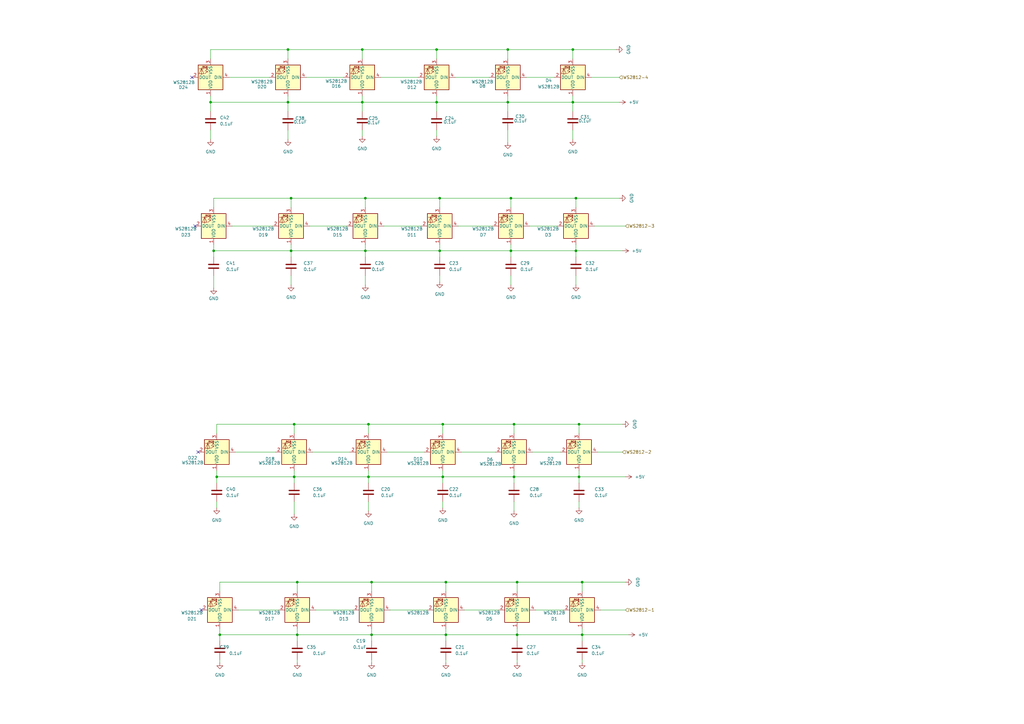
<source format=kicad_sch>
(kicad_sch (version 20231120) (generator "eeschema") (generator_version "8.0")
  (paper "A3")
  (lib_symbols
    (symbol "Device:C" (pin_numbers hide) (pin_names (offset 0.254))
      (property "Reference" "C" (at 0.635 2.54 0))
      (property "Value" "C" (at 0.635 -2.54 0))
      (symbol "C_0_1"
        (polyline (pts (xy -2.032 -0.762) (xy 2.032 -0.762)) (stroke (width 0.508)))
        (polyline (pts (xy -2.032 0.762) (xy 2.032 0.762)) (stroke (width 0.508)))
      )
      (symbol "C_1_1"
        (pin passive line (at 0 3.81 270) (length 2.794) (name "~") (number "1"))
        (pin passive line (at 0 -3.81 90) (length 2.794) (name "~") (number "2"))
      )
    )
    (symbol "LED:WS2812B" (pin_names (offset 0.254))
      (property "Reference" "D" (at 5.08 5.715 0))
      (property "Value" "WS2812B" (at 1.27 -5.715 0))
      (symbol "WS2812B_0_0"
        (text "RGB" (at 2.286 -4.191 0) (effects (font (size 0.762 0.762))))
      )
      (symbol "WS2812B_0_1"
        (polyline (pts (xy 1.27 -3.556) (xy 1.778 -3.556)))
        (polyline (pts (xy 1.27 -2.54) (xy 1.778 -2.54)))
        (polyline (pts (xy 4.699 -3.556) (xy 2.667 -3.556)))
        (polyline (pts (xy 2.286 -2.54) (xy 1.27 -3.556) (xy 1.27 -3.048)))
        (polyline (pts (xy 2.286 -1.524) (xy 1.27 -2.54) (xy 1.27 -2.032)))
        (polyline (pts (xy 3.683 -1.016) (xy 3.683 -3.556) (xy 3.683 -4.064)))
        (polyline (pts (xy 4.699 -1.524) (xy 2.667 -1.524) (xy 3.683 -3.556) (xy 4.699 -1.524)))
        (rectangle (start 5.08 5.08) (end -5.08 -5.08) (stroke (width 0.254)) (fill (type background)))
      )
      (symbol "WS2812B_1_1"
        (pin power_in line (at 0 7.62 270) (length 2.54) (name "VDD") (number "1"))
        (pin output line (at 7.62 0 180) (length 2.54) (name "DOUT") (number "2"))
        (pin power_in line (at 0 -7.62 90) (length 2.54) (name "VSS") (number "3"))
        (pin input line (at -7.62 0 0) (length 2.54) (name "DIN") (number "4"))
      )
    )
    (symbol "power:+5V" (power) (pin_names (offset 0))
      (property "Value" "+5V" (at 0 3.556 0))
      (symbol "+5V_0_1"
        (polyline (pts (xy -0.762 1.27) (xy 0 2.54)))
        (polyline (pts (xy 0 0) (xy 0 2.54)))
        (polyline (pts (xy 0 2.54) (xy 0.762 1.27)))
      )
      (symbol "+5V_1_1"
        (pin power_in line (at 0 0 90) (length 0) hide (name "+5V") (number "1"))
      )
    )
    (symbol "power:GND" (power) (pin_names (offset 0))
      (property "Value" "GND" (at 0 -3.81 0))
      (symbol "GND_0_1"
        (polyline (pts (xy 0 0) (xy 0 -1.27) (xy 1.27 -1.27) (xy 0 -2.54) (xy -1.27 -1.27) (xy 0 -1.27)))
      )
      (symbol "GND_1_1"
        (pin power_in line (at 0 0 270) (length 0) hide (name "GND") (number "1"))
      )
    )
  )
  (junction (at 182.88 260.35))
  (junction (at 238.76 260.35))
  (junction (at 88.9 195.58))
  (junction (at 182.88 238.76))
  (junction (at 181.61 195.58))
  (junction (at 180.34 81.28))
  (junction (at 208.28 20.32))
  (junction (at 152.4 238.76))
  (junction (at 210.82 173.99))
  (junction (at 119.38 81.28))
  (junction (at 234.95 41.91))
  (junction (at 212.09 238.76))
  (junction (at 209.55 102.87))
  (junction (at 237.49 195.58))
  (junction (at 210.82 195.58))
  (junction (at 180.34 102.87))
  (junction (at 152.4 260.35))
  (junction (at 208.28 41.91))
  (junction (at 119.38 102.87))
  (junction (at 149.86 81.28))
  (junction (at 90.17 260.35))
  (junction (at 179.07 20.32))
  (junction (at 181.61 173.99))
  (junction (at 148.59 20.32))
  (junction (at 236.22 102.87))
  (junction (at 179.07 41.91))
  (junction (at 212.09 260.35))
  (junction (at 234.95 20.32))
  (junction (at 149.86 102.87))
  (junction (at 151.13 173.99))
  (junction (at 121.92 238.76))
  (junction (at 121.92 260.35))
  (junction (at 120.65 195.58))
  (junction (at 236.22 81.28))
  (junction (at 86.36 41.91))
  (junction (at 151.13 195.58))
  (junction (at 148.59 41.91))
  (junction (at 209.55 81.28))
  (junction (at 120.65 173.99))
  (junction (at 237.49 173.99))
  (junction (at 238.76 238.76))
  (junction (at 118.11 41.91))
  (junction (at 118.11 20.32))
  (junction (at 87.63 102.87))
  (no_connect (at 82.55 250.19))
  (no_connect (at 81.28 185.42))
  (no_connect (at 80.01 92.71))
  (no_connect (at 78.74 31.75))
  (wire (pts (xy 121.92 270.51) (xy 121.92 271.78)))
  (wire (pts (xy 118.11 39.37) (xy 118.11 41.91)))
  (wire (pts (xy 90.17 238.76) (xy 121.92 238.76)))
  (wire (pts (xy 237.49 173.99) (xy 237.49 177.8)))
  (wire (pts (xy 86.36 41.91) (xy 86.36 45.72)))
  (wire (pts (xy 156.21 31.75) (xy 171.45 31.75)))
  (wire (pts (xy 208.28 20.32) (xy 234.95 20.32)))
  (wire (pts (xy 238.76 238.76) (xy 256.54 238.76)))
  (wire (pts (xy 212.09 238.76) (xy 212.09 242.57)))
  (wire (pts (xy 118.11 41.91) (xy 118.11 45.72)))
  (wire (pts (xy 238.76 257.81) (xy 238.76 260.35)))
  (wire (pts (xy 182.88 260.35) (xy 182.88 262.89)))
  (wire (pts (xy 149.86 102.87) (xy 149.86 105.41)))
  (wire (pts (xy 93.98 31.75) (xy 110.49 31.75)))
  (wire (pts (xy 88.9 195.58) (xy 120.65 195.58)))
  (wire (pts (xy 182.88 260.35) (xy 212.09 260.35)))
  (wire (pts (xy 218.44 185.42) (xy 229.87 185.42)))
  (wire (pts (xy 236.22 81.28) (xy 254 81.28)))
  (wire (pts (xy 208.28 53.34) (xy 208.28 58.42)))
  (wire (pts (xy 88.9 177.8) (xy 88.9 173.99)))
  (wire (pts (xy 236.22 81.28) (xy 236.22 85.09)))
  (wire (pts (xy 181.61 173.99) (xy 210.82 173.99)))
  (wire (pts (xy 148.59 20.32) (xy 148.59 24.13)))
  (wire (pts (xy 238.76 260.35) (xy 238.76 262.89)))
  (wire (pts (xy 86.36 57.15) (xy 86.36 53.34)))
  (wire (pts (xy 86.36 39.37) (xy 86.36 41.91)))
  (wire (pts (xy 87.63 102.87) (xy 87.63 105.41)))
  (wire (pts (xy 149.86 81.28) (xy 149.86 85.09)))
  (wire (pts (xy 127 92.71) (xy 142.24 92.71)))
  (wire (pts (xy 182.88 238.76) (xy 182.88 242.57)))
  (wire (pts (xy 186.69 31.75) (xy 200.66 31.75)))
  (wire (pts (xy 181.61 205.74) (xy 181.61 208.28)))
  (wire (pts (xy 95.25 92.71) (xy 111.76 92.71)))
  (wire (pts (xy 179.07 41.91) (xy 179.07 45.72)))
  (wire (pts (xy 151.13 173.99) (xy 151.13 177.8)))
  (wire (pts (xy 121.92 238.76) (xy 152.4 238.76)))
  (wire (pts (xy 148.59 41.91) (xy 179.07 41.91)))
  (wire (pts (xy 160.02 250.19) (xy 175.26 250.19)))
  (wire (pts (xy 256.54 92.71) (xy 243.84 92.71)))
  (wire (pts (xy 237.49 195.58) (xy 256.54 195.58)))
  (wire (pts (xy 149.86 81.28) (xy 180.34 81.28)))
  (wire (pts (xy 152.4 260.35) (xy 152.4 262.89)))
  (wire (pts (xy 119.38 81.28) (xy 149.86 81.28)))
  (wire (pts (xy 212.09 270.51) (xy 212.09 271.78)))
  (wire (pts (xy 121.92 257.81) (xy 121.92 260.35)))
  (wire (pts (xy 180.34 100.33) (xy 180.34 102.87)))
  (wire (pts (xy 86.36 20.32) (xy 118.11 20.32)))
  (wire (pts (xy 152.4 238.76) (xy 152.4 242.57)))
  (wire (pts (xy 151.13 193.04) (xy 151.13 195.58)))
  (wire (pts (xy 149.86 100.33) (xy 149.86 102.87)))
  (wire (pts (xy 217.17 92.71) (xy 228.6 92.71)))
  (wire (pts (xy 254 31.75) (xy 242.57 31.75)))
  (wire (pts (xy 190.5 250.19) (xy 204.47 250.19)))
  (wire (pts (xy 208.28 20.32) (xy 208.28 24.13)))
  (wire (pts (xy 119.38 102.87) (xy 149.86 102.87)))
  (wire (pts (xy 181.61 173.99) (xy 181.61 177.8)))
  (wire (pts (xy 209.55 102.87) (xy 209.55 105.41)))
  (wire (pts (xy 245.11 185.42) (xy 255.27 185.42)))
  (wire (pts (xy 238.76 270.51) (xy 238.76 271.78)))
  (wire (pts (xy 180.34 102.87) (xy 180.34 105.41)))
  (wire (pts (xy 152.4 271.78) (xy 152.4 270.51)))
  (wire (pts (xy 179.07 53.34) (xy 179.07 55.88)))
  (wire (pts (xy 209.55 102.87) (xy 236.22 102.87)))
  (wire (pts (xy 234.95 20.32) (xy 252.73 20.32)))
  (wire (pts (xy 179.07 41.91) (xy 208.28 41.91)))
  (wire (pts (xy 179.07 39.37) (xy 179.07 41.91)))
  (wire (pts (xy 152.4 260.35) (xy 182.88 260.35)))
  (wire (pts (xy 87.63 100.33) (xy 87.63 102.87)))
  (wire (pts (xy 215.9 31.75) (xy 227.33 31.75)))
  (wire (pts (xy 238.76 260.35) (xy 257.81 260.35)))
  (wire (pts (xy 180.34 102.87) (xy 209.55 102.87)))
  (wire (pts (xy 209.55 81.28) (xy 236.22 81.28)))
  (wire (pts (xy 182.88 238.76) (xy 212.09 238.76)))
  (wire (pts (xy 120.65 173.99) (xy 151.13 173.99)))
  (wire (pts (xy 212.09 257.81) (xy 212.09 260.35)))
  (wire (pts (xy 121.92 260.35) (xy 152.4 260.35)))
  (wire (pts (xy 187.96 92.71) (xy 201.93 92.71)))
  (wire (pts (xy 219.71 250.19) (xy 231.14 250.19)))
  (wire (pts (xy 151.13 195.58) (xy 151.13 198.12)))
  (wire (pts (xy 86.36 41.91) (xy 118.11 41.91)))
  (wire (pts (xy 208.28 39.37) (xy 208.28 41.91)))
  (wire (pts (xy 121.92 260.35) (xy 121.92 262.89)))
  (wire (pts (xy 236.22 100.33) (xy 236.22 102.87)))
  (wire (pts (xy 212.09 238.76) (xy 238.76 238.76)))
  (wire (pts (xy 87.63 81.28) (xy 119.38 81.28)))
  (wire (pts (xy 120.65 193.04) (xy 120.65 195.58)))
  (wire (pts (xy 212.09 260.35) (xy 238.76 260.35)))
  (wire (pts (xy 237.49 208.28) (xy 237.49 205.74)))
  (wire (pts (xy 210.82 193.04) (xy 210.82 195.58)))
  (wire (pts (xy 234.95 57.15) (xy 234.95 53.34)))
  (wire (pts (xy 151.13 205.74) (xy 151.13 209.55)))
  (wire (pts (xy 210.82 173.99) (xy 210.82 177.8)))
  (wire (pts (xy 234.95 39.37) (xy 234.95 41.91)))
  (wire (pts (xy 179.07 20.32) (xy 179.07 24.13)))
  (wire (pts (xy 119.38 102.87) (xy 119.38 105.41)))
  (wire (pts (xy 119.38 100.33) (xy 119.38 102.87)))
  (wire (pts (xy 210.82 195.58) (xy 210.82 198.12)))
  (wire (pts (xy 237.49 195.58) (xy 237.49 198.12)))
  (wire (pts (xy 90.17 270.51) (xy 90.17 271.78)))
  (wire (pts (xy 148.59 41.91) (xy 148.59 45.72)))
  (wire (pts (xy 87.63 102.87) (xy 119.38 102.87)))
  (wire (pts (xy 189.23 185.42) (xy 203.2 185.42)))
  (wire (pts (xy 180.34 81.28) (xy 180.34 85.09)))
  (wire (pts (xy 237.49 193.04) (xy 237.49 195.58)))
  (wire (pts (xy 96.52 185.42) (xy 113.03 185.42)))
  (wire (pts (xy 236.22 113.03) (xy 236.22 116.84)))
  (wire (pts (xy 90.17 257.81) (xy 90.17 260.35)))
  (wire (pts (xy 158.75 185.42) (xy 173.99 185.42)))
  (wire (pts (xy 234.95 41.91) (xy 254 41.91)))
  (wire (pts (xy 119.38 81.28) (xy 119.38 85.09)))
  (wire (pts (xy 88.9 208.28) (xy 88.9 205.74)))
  (wire (pts (xy 120.65 205.74) (xy 120.65 210.82)))
  (wire (pts (xy 210.82 173.99) (xy 237.49 173.99)))
  (wire (pts (xy 151.13 195.58) (xy 181.61 195.58)))
  (wire (pts (xy 88.9 173.99) (xy 120.65 173.99)))
  (wire (pts (xy 180.34 81.28) (xy 209.55 81.28)))
  (wire (pts (xy 149.86 102.87) (xy 180.34 102.87)))
  (wire (pts (xy 210.82 195.58) (xy 237.49 195.58)))
  (wire (pts (xy 149.86 113.03) (xy 149.86 116.84)))
  (wire (pts (xy 180.34 113.03) (xy 180.34 115.57)))
  (wire (pts (xy 152.4 238.76) (xy 182.88 238.76)))
  (wire (pts (xy 236.22 102.87) (xy 255.27 102.87)))
  (wire (pts (xy 128.27 185.42) (xy 143.51 185.42)))
  (wire (pts (xy 88.9 193.04) (xy 88.9 195.58)))
  (wire (pts (xy 209.55 113.03) (xy 209.55 116.84)))
  (wire (pts (xy 87.63 85.09) (xy 87.63 81.28)))
  (wire (pts (xy 120.65 195.58) (xy 120.65 198.12)))
  (wire (pts (xy 121.92 238.76) (xy 121.92 242.57)))
  (wire (pts (xy 88.9 195.58) (xy 88.9 198.12)))
  (wire (pts (xy 148.59 39.37) (xy 148.59 41.91)))
  (wire (pts (xy 90.17 260.35) (xy 121.92 260.35)))
  (wire (pts (xy 181.61 195.58) (xy 181.61 198.12)))
  (wire (pts (xy 234.95 20.32) (xy 234.95 24.13)))
  (wire (pts (xy 208.28 41.91) (xy 208.28 45.72)))
  (wire (pts (xy 208.28 41.91) (xy 234.95 41.91)))
  (wire (pts (xy 90.17 242.57) (xy 90.17 238.76)))
  (wire (pts (xy 234.95 41.91) (xy 234.95 45.72)))
  (wire (pts (xy 129.54 250.19) (xy 144.78 250.19)))
  (wire (pts (xy 212.09 260.35) (xy 212.09 262.89)))
  (wire (pts (xy 209.55 81.28) (xy 209.55 85.09)))
  (wire (pts (xy 148.59 55.88) (xy 148.59 53.34)))
  (wire (pts (xy 97.79 250.19) (xy 114.3 250.19)))
  (wire (pts (xy 118.11 20.32) (xy 118.11 24.13)))
  (wire (pts (xy 118.11 20.32) (xy 148.59 20.32)))
  (wire (pts (xy 152.4 257.81) (xy 152.4 260.35)))
  (wire (pts (xy 148.59 20.32) (xy 179.07 20.32)))
  (wire (pts (xy 210.82 209.55) (xy 210.82 205.74)))
  (wire (pts (xy 238.76 238.76) (xy 238.76 242.57)))
  (wire (pts (xy 120.65 173.99) (xy 120.65 177.8)))
  (wire (pts (xy 209.55 100.33) (xy 209.55 102.87)))
  (wire (pts (xy 179.07 20.32) (xy 208.28 20.32)))
  (wire (pts (xy 246.38 250.19) (xy 256.54 250.19)))
  (wire (pts (xy 118.11 41.91) (xy 148.59 41.91)))
  (wire (pts (xy 120.65 195.58) (xy 151.13 195.58)))
  (wire (pts (xy 182.88 270.51) (xy 182.88 271.78)))
  (wire (pts (xy 125.73 31.75) (xy 140.97 31.75)))
  (wire (pts (xy 236.22 102.87) (xy 236.22 105.41)))
  (wire (pts (xy 181.61 195.58) (xy 210.82 195.58)))
  (wire (pts (xy 182.88 257.81) (xy 182.88 260.35)))
  (wire (pts (xy 237.49 173.99) (xy 255.27 173.99)))
  (wire (pts (xy 87.63 113.03) (xy 87.63 118.11)))
  (wire (pts (xy 86.36 24.13) (xy 86.36 20.32)))
  (wire (pts (xy 157.48 92.71) (xy 172.72 92.71)))
  (wire (pts (xy 181.61 193.04) (xy 181.61 195.58)))
  (wire (pts (xy 151.13 173.99) (xy 181.61 173.99)))
  (wire (pts (xy 119.38 116.84) (xy 119.38 113.03)))
  (wire (pts (xy 118.11 57.15) (xy 118.11 53.34)))
  (wire (pts (xy 90.17 260.35) (xy 90.17 262.89)))
  (hierarchical_label "WS2812-1" (shape input) (at 256.54 250.19 0))
  (hierarchical_label "WS2812-3" (shape input) (at 256.54 92.71 0))
  (hierarchical_label "WS2812-2" (shape input) (at 255.27 185.42 0))
  (hierarchical_label "WS2812-4" (shape input) (at 254 31.75 0))
  (symbol (lib_id "power:GND") (at 86.36 57.15 0) (unit 1)
    (property "Reference" "#PWR0109" (effects (hide yes)))
    (property "Value" "GND" (at 86.36 62.23 0))
    (property "Description" "Power symbol creates a global label with name \"GND\" , ground" (effects (hide yes)))
  )
  (symbol (lib_id "LED:WS2812B") (at 87.63 92.71 180) (unit 1)
    (property "Reference" "D23" (at 76.2 96.3579 0))
    (property "Value" "WS2812B" (at 76.2 93.8179 0))
    (property "Footprint" "Footprint Library:LED_WS2812B_PLCC4_5.0x5.0mm_P3.2mm" (effects (hide yes)))
    (property "Datasheet" "https://cdn-shop.adafruit.com/datasheets/WS2812B.pdf" (effects (hide yes)))
    (property "Description" "RGB LED with integrated controller" (effects (hide yes)))
  )
  (symbol (lib_id "Device:C") (at 210.82 201.93 0) (unit 1)
    (property "Reference" "C28" (at 217.17 200.66 0) (effects (justify left)))
    (property "Value" "0.1uF" (at 217.17 203.2 0) (effects (justify left)))
    (property "Footprint" "Capacitor_SMD:C_0603_1608Metric" (effects (hide yes)))
    (property "Description" "Unpolarized capacitor" (effects (hide yes)))
  )
  (symbol (lib_id "LED:WS2812B") (at 234.95 31.75 180) (unit 1)
    (property "Reference" "D4" (at 225.044 33.02 0))
    (property "Value" "WS2812B" (at 225.044 35.56 0))
    (property "Footprint" "Footprint Library:LED_WS2812B_PLCC4_5.0x5.0mm_P3.2mm" (effects (hide yes)))
    (property "Datasheet" "https://cdn-shop.adafruit.com/datasheets/WS2812B.pdf" (effects (hide yes)))
    (property "Description" "RGB LED with integrated controller" (effects (hide yes)))
  )
  (symbol (lib_id "power:+5V") (at 255.27 102.87 270) (unit 1)
    (property "Reference" "#PWR038" (effects (hide yes)))
    (property "Value" "+5V" (at 259.08 102.8699 90) (effects (justify left)))
    (property "Description" "Power symbol creates a global label with name \"+5V\"" (effects (hide yes)))
  )
  (symbol (lib_id "Device:C") (at 90.17 266.7 0) (unit 1)
    (property "Reference" "C39" (at 93.98 265.43 0) (effects (justify right)))
    (property "Value" "0.1uF" (at 93.98 267.97 0) (effects (justify left)))
    (property "Footprint" "Capacitor_SMD:C_0603_1608Metric" (effects (hide yes)))
    (property "Description" "Unpolarized capacitor" (effects (hide yes)))
  )
  (symbol (lib_id "Device:C") (at 181.61 201.93 0) (unit 1)
    (property "Reference" "C22" (at 184.15 200.66 0) (effects (justify left)))
    (property "Value" "0.1uF" (at 184.15 203.2 0) (effects (justify left)))
    (property "Footprint" "Capacitor_SMD:C_0603_1608Metric" (effects (hide yes)))
    (property "Description" "Unpolarized capacitor" (effects (hide yes)))
  )
  (symbol (lib_id "LED:WS2812B") (at 151.13 185.42 180) (unit 1)
    (property "Reference" "D14" (at 140.462 188.214 0))
    (property "Value" "WS2812B" (at 140.208 189.9001 0))
    (property "Footprint" "Footprint Library:LED_WS2812B_PLCC4_5.0x5.0mm_P3.2mm" (effects (hide yes)))
    (property "Datasheet" "https://cdn-shop.adafruit.com/datasheets/WS2812B.pdf" (effects (hide yes)))
    (property "Description" "RGB LED with integrated controller" (effects (hide yes)))
  )
  (symbol (lib_id "LED:WS2812B") (at 118.11 31.75 180) (unit 1)
    (property "Reference" "D20" (at 107.442 35.56 0))
    (property "Value" "WS2812B" (at 107.442 33.528 0))
    (property "Footprint" "Footprint Library:LED_WS2812B_PLCC4_5.0x5.0mm_P3.2mm" (effects (hide yes)))
    (property "Datasheet" "https://cdn-shop.adafruit.com/datasheets/WS2812B.pdf" (effects (hide yes)))
    (property "Description" "RGB LED with integrated controller" (effects (hide yes)))
  )
  (symbol (lib_id "LED:WS2812B") (at 181.61 185.42 180) (unit 1)
    (property "Reference" "D10" (at 171.45 188.214 0))
    (property "Value" "WS2812B" (at 171.45 189.992 0))
    (property "Footprint" "Footprint Library:LED_WS2812B_PLCC4_5.0x5.0mm_P3.2mm" (effects (hide yes)))
    (property "Datasheet" "https://cdn-shop.adafruit.com/datasheets/WS2812B.pdf" (effects (hide yes)))
    (property "Description" "RGB LED with integrated controller" (effects (hide yes)))
  )
  (symbol (lib_id "LED:WS2812B") (at 86.36 31.75 180) (unit 1)
    (property "Reference" "D24" (at 75.184 35.814 0))
    (property "Value" "WS2812B" (at 75.438 33.782 0))
    (property "Footprint" "Footprint Library:LED_WS2812B_PLCC4_5.0x5.0mm_P3.2mm" (effects (hide yes)))
    (property "Datasheet" "https://cdn-shop.adafruit.com/datasheets/WS2812B.pdf" (effects (hide yes)))
    (property "Description" "RGB LED with integrated controller" (effects (hide yes)))
  )
  (symbol (lib_id "Device:C") (at 120.65 201.93 0) (unit 1)
    (property "Reference" "C36" (at 128.27 200.66 0) (effects (justify left)))
    (property "Value" "0.1uF" (at 128.27 203.2 0) (effects (justify left)))
    (property "Footprint" "Capacitor_SMD:C_0603_1608Metric" (effects (hide yes)))
    (property "Description" "Unpolarized capacitor" (effects (hide yes)))
  )
  (symbol (lib_id "Device:C") (at 118.11 49.53 0) (unit 1)
    (property "Reference" "C38" (at 124.968 48.514 0) (effects (justify right)))
    (property "Value" "0.1uF" (at 120.396 50.038 0) (effects (justify left)))
    (property "Footprint" "Capacitor_SMD:C_0603_1608Metric" (effects (hide yes)))
    (property "Description" "Unpolarized capacitor" (effects (hide yes)))
  )
  (symbol (lib_id "LED:WS2812B") (at 121.92 250.19 180) (unit 1)
    (property "Reference" "D17" (at 110.49 253.8379 0))
    (property "Value" "WS2812B" (at 110.49 251.2979 0))
    (property "Footprint" "Footprint Library:LED_WS2812B_PLCC4_5.0x5.0mm_P3.2mm" (effects (hide yes)))
    (property "Datasheet" "https://cdn-shop.adafruit.com/datasheets/WS2812B.pdf" (effects (hide yes)))
    (property "Description" "RGB LED with integrated controller" (effects (hide yes)))
  )
  (symbol (lib_id "power:GND") (at 234.95 57.15 0) (unit 1)
    (property "Reference" "#PWR099" (effects (hide yes)))
    (property "Value" "GND" (at 234.95 62.23 0))
    (property "Description" "Power symbol creates a global label with name \"GND\" , ground" (effects (hide yes)))
  )
  (symbol (lib_id "power:GND") (at 212.09 271.78 0) (unit 1)
    (property "Reference" "#PWR092" (effects (hide yes)))
    (property "Value" "GND" (at 212.09 276.86 0))
    (property "Description" "Power symbol creates a global label with name \"GND\" , ground" (effects (hide yes)))
  )
  (symbol (lib_id "LED:WS2812B") (at 209.55 92.71 180) (unit 1)
    (property "Reference" "D7" (at 198.12 96.3579 0))
    (property "Value" "WS2812B" (at 198.12 93.8179 0))
    (property "Footprint" "Footprint Library:LED_WS2812B_PLCC4_5.0x5.0mm_P3.2mm" (effects (hide yes)))
    (property "Datasheet" "https://cdn-shop.adafruit.com/datasheets/WS2812B.pdf" (effects (hide yes)))
    (property "Description" "RGB LED with integrated controller" (effects (hide yes)))
  )
  (symbol (lib_id "power:GND") (at 237.49 208.28 0) (unit 1)
    (property "Reference" "#PWR097" (effects (hide yes)))
    (property "Value" "GND" (at 237.49 213.36 0))
    (property "Description" "Power symbol creates a global label with name \"GND\" , ground" (effects (hide yes)))
  )
  (symbol (lib_id "power:+5V") (at 257.81 260.35 270) (unit 1)
    (property "Reference" "#PWR040" (effects (hide yes)))
    (property "Value" "+5V" (at 261.62 260.3499 90) (effects (justify left)))
    (property "Description" "Power symbol creates a global label with name \"+5V\"" (effects (hide yes)))
  )
  (symbol (lib_id "Device:C") (at 87.63 109.22 0) (unit 1)
    (property "Reference" "C41" (at 92.71 107.95 0) (effects (justify left)))
    (property "Value" "0.1uF" (at 92.71 110.49 0) (effects (justify left)))
    (property "Footprint" "Capacitor_SMD:C_0603_1608Metric" (effects (hide yes)))
    (property "Description" "Unpolarized capacitor" (effects (hide yes)))
  )
  (symbol (lib_id "Device:C") (at 182.88 266.7 0) (unit 1)
    (property "Reference" "C21" (at 186.69 265.43 0) (effects (justify left)))
    (property "Value" "0.1uF" (at 186.69 267.97 0) (effects (justify left)))
    (property "Footprint" "Capacitor_SMD:C_0603_1608Metric" (effects (hide yes)))
    (property "Description" "Unpolarized capacitor" (effects (hide yes)))
  )
  (symbol (lib_id "power:+5V") (at 256.54 195.58 270) (unit 1)
    (property "Reference" "#PWR039" (effects (hide yes)))
    (property "Value" "+5V" (at 260.35 195.5799 90) (effects (justify left)))
    (property "Description" "Power symbol creates a global label with name \"+5V\"" (effects (hide yes)))
  )
  (symbol (lib_id "power:GND") (at 181.61 208.28 0) (unit 1)
    (property "Reference" "#PWR089" (effects (hide yes)))
    (property "Value" "GND" (at 181.61 213.36 0))
    (property "Description" "Power symbol creates a global label with name \"GND\" , ground" (effects (hide yes)))
  )
  (symbol (lib_id "LED:WS2812B") (at 237.49 185.42 180) (unit 1)
    (property "Reference" "D2" (at 225.806 188.214 0))
    (property "Value" "WS2812B" (at 225.806 189.992 0))
    (property "Footprint" "Footprint Library:LED_WS2812B_PLCC4_5.0x5.0mm_P3.2mm" (effects (hide yes)))
    (property "Datasheet" "https://cdn-shop.adafruit.com/datasheets/WS2812B.pdf" (effects (hide yes)))
    (property "Description" "RGB LED with integrated controller" (effects (hide yes)))
  )
  (symbol (lib_id "power:GND") (at 119.38 116.84 0) (unit 1)
    (property "Reference" "#PWR081" (effects (hide yes)))
    (property "Value" "GND" (at 119.38 121.92 0))
    (property "Description" "Power symbol creates a global label with name \"GND\" , ground" (effects (hide yes)))
  )
  (symbol (lib_id "Device:C") (at 209.55 109.22 0) (unit 1)
    (property "Reference" "C29" (at 213.36 107.95 0) (effects (justify left)))
    (property "Value" "0.1uF" (at 213.36 110.49 0) (effects (justify left)))
    (property "Footprint" "Capacitor_SMD:C_0603_1608Metric" (effects (hide yes)))
    (property "Description" "Unpolarized capacitor" (effects (hide yes)))
  )
  (symbol (lib_id "power:GND") (at 120.65 210.82 0) (unit 1)
    (property "Reference" "#PWR077" (effects (hide yes)))
    (property "Value" "GND" (at 120.65 215.9 0))
    (property "Description" "Power symbol creates a global label with name \"GND\" , ground" (effects (hide yes)))
  )
  (symbol (lib_id "Device:C") (at 179.07 49.53 0) (unit 1)
    (property "Reference" "C24" (at 182.372 48.514 0) (effects (justify left)))
    (property "Value" "0.1uF" (at 181.864 50.038 0) (effects (justify left)))
    (property "Footprint" "Capacitor_SMD:C_0603_1608Metric" (effects (hide yes)))
    (property "Description" "Unpolarized capacitor" (effects (hide yes)))
  )
  (symbol (lib_id "Device:C") (at 121.92 266.7 0) (unit 1)
    (property "Reference" "C35" (at 125.73 265.43 0) (effects (justify left)))
    (property "Value" "0.1uF" (at 128.27 267.97 0) (effects (justify left)))
    (property "Footprint" "Capacitor_SMD:C_0603_1608Metric" (effects (hide yes)))
    (property "Description" "Unpolarized capacitor" (effects (hide yes)))
  )
  (symbol (lib_id "Device:C") (at 212.09 266.7 0) (unit 1)
    (property "Reference" "C27" (at 215.9 265.43 0) (effects (justify left)))
    (property "Value" "0.1uF" (at 215.9 267.97 0) (effects (justify left)))
    (property "Footprint" "Capacitor_SMD:C_0603_1608Metric" (effects (hide yes)))
    (property "Description" "Unpolarized capacitor" (effects (hide yes)))
  )
  (symbol (lib_id "power:GND") (at 180.34 115.57 0) (unit 1)
    (property "Reference" "#PWR090" (effects (hide yes)))
    (property "Value" "GND" (at 180.34 120.65 0))
    (property "Description" "Power symbol creates a global label with name \"GND\" , ground" (effects (hide yes)))
  )
  (symbol (lib_id "Device:C") (at 180.34 109.22 0) (unit 1)
    (property "Reference" "C23" (at 184.15 107.95 0) (effects (justify left)))
    (property "Value" "0.1uF" (at 184.15 110.49 0) (effects (justify left)))
    (property "Footprint" "Capacitor_SMD:C_0603_1608Metric" (effects (hide yes)))
    (property "Description" "Unpolarized capacitor" (effects (hide yes)))
  )
  (symbol (lib_id "power:GND") (at 148.59 55.88 0) (unit 1)
    (property "Reference" "#PWR084" (effects (hide yes)))
    (property "Value" "GND" (at 148.59 60.96 0))
    (property "Description" "Power symbol creates a global label with name \"GND\" , ground" (effects (hide yes)))
  )
  (symbol (lib_id "power:GND") (at 87.63 118.11 0) (unit 1)
    (property "Reference" "#PWR0107" (effects (hide yes)))
    (property "Value" "GND" (at 87.63 122.428 0))
    (property "Description" "Power symbol creates a global label with name \"GND\" , ground" (effects (hide yes)))
  )
  (symbol (lib_id "LED:WS2812B") (at 119.38 92.71 180) (unit 1)
    (property "Reference" "D19" (at 107.95 96.3579 0))
    (property "Value" "WS2812B" (at 107.95 93.8179 0))
    (property "Footprint" "Footprint Library:LED_WS2812B_PLCC4_5.0x5.0mm_P3.2mm" (effects (hide yes)))
    (property "Datasheet" "https://cdn-shop.adafruit.com/datasheets/WS2812B.pdf" (effects (hide yes)))
    (property "Description" "RGB LED with integrated controller" (effects (hide yes)))
  )
  (symbol (lib_id "power:GND") (at 118.11 57.15 0) (unit 1)
    (property "Reference" "#PWR082" (effects (hide yes)))
    (property "Value" "GND" (at 118.11 62.23 0))
    (property "Description" "Power symbol creates a global label with name \"GND\" , ground" (effects (hide yes)))
  )
  (symbol (lib_id "LED:WS2812B") (at 212.09 250.19 180) (unit 1)
    (property "Reference" "D5" (at 200.66 253.8379 0))
    (property "Value" "WS2812B" (at 200.66 251.2979 0))
    (property "Footprint" "Footprint Library:LED_WS2812B_PLCC4_5.0x5.0mm_P3.2mm" (effects (hide yes)))
    (property "Datasheet" "https://cdn-shop.adafruit.com/datasheets/WS2812B.pdf" (effects (hide yes)))
    (property "Description" "RGB LED with integrated controller" (effects (hide yes)))
  )
  (symbol (lib_id "Device:C") (at 237.49 201.93 0) (unit 1)
    (property "Reference" "C33" (at 243.84 200.66 0) (effects (justify left)))
    (property "Value" "0.1uF" (at 243.84 203.2 0) (effects (justify left)))
    (property "Footprint" "Capacitor_SMD:C_0603_1608Metric" (effects (hide yes)))
    (property "Description" "Unpolarized capacitor" (effects (hide yes)))
  )
  (symbol (lib_id "LED:WS2812B") (at 208.28 31.75 180) (unit 1)
    (property "Reference" "D8" (at 197.866 35.306 0))
    (property "Value" "WS2812B" (at 197.866 33.528 0))
    (property "Footprint" "Footprint Library:LED_WS2812B_PLCC4_5.0x5.0mm_P3.2mm" (effects (hide yes)))
    (property "Datasheet" "https://cdn-shop.adafruit.com/datasheets/WS2812B.pdf" (effects (hide yes)))
    (property "Description" "RGB LED with integrated controller" (effects (hide yes)))
  )
  (symbol (lib_id "power:GND") (at 254 81.28 90) (unit 1)
    (property "Reference" "#PWR037" (effects (hide yes)))
    (property "Value" "GND" (at 259.08 81.28 0))
    (property "Description" "Power symbol creates a global label with name \"GND\" , ground" (effects (hide yes)))
  )
  (symbol (lib_id "power:GND") (at 256.54 238.76 90) (unit 1)
    (property "Reference" "#PWR042" (effects (hide yes)))
    (property "Value" "GND" (at 261.62 238.76 0))
    (property "Description" "Power symbol creates a global label with name \"GND\" , ground" (effects (hide yes)))
  )
  (symbol (lib_id "power:GND") (at 151.13 209.55 0) (unit 1)
    (property "Reference" "#PWR086" (effects (hide yes)))
    (property "Value" "GND" (at 151.13 214.63 0))
    (property "Description" "Power symbol creates a global label with name \"GND\" , ground" (effects (hide yes)))
  )
  (symbol (lib_id "Device:C") (at 149.86 109.22 0) (unit 1)
    (property "Reference" "C26" (at 153.67 107.95 0) (effects (justify left)))
    (property "Value" "0.1uF" (at 152.4 110.49 0) (effects (justify left)))
    (property "Footprint" "Capacitor_SMD:C_0603_1608Metric" (effects (hide yes)))
    (property "Description" "Unpolarized capacitor" (effects (hide yes)))
  )
  (symbol (lib_id "power:GND") (at 252.73 20.32 90) (unit 1)
    (property "Reference" "#PWR044" (effects (hide yes)))
    (property "Value" "GND" (at 257.81 20.32 0))
    (property "Description" "Power symbol creates a global label with name \"GND\" , ground" (effects (hide yes)))
  )
  (symbol (lib_id "LED:WS2812B") (at 120.65 185.42 180) (unit 1)
    (property "Reference" "D18" (at 110.744 188.214 0))
    (property "Value" "WS2812B" (at 110.49 189.9001 0))
    (property "Footprint" "Footprint Library:LED_WS2812B_PLCC4_5.0x5.0mm_P3.2mm" (effects (hide yes)))
    (property "Datasheet" "https://cdn-shop.adafruit.com/datasheets/WS2812B.pdf" (effects (hide yes)))
    (property "Description" "RGB LED with integrated controller" (effects (hide yes)))
  )
  (symbol (lib_id "LED:WS2812B") (at 238.76 250.19 180) (unit 1)
    (property "Reference" "D1" (at 227.33 253.8379 0))
    (property "Value" "WS2812B" (at 227.33 251.2979 0))
    (property "Footprint" "Footprint Library:LED_WS2812B_PLCC4_5.0x5.0mm_P3.2mm" (effects (hide yes)))
    (property "Datasheet" "https://cdn-shop.adafruit.com/datasheets/WS2812B.pdf" (effects (hide yes)))
    (property "Description" "RGB LED with integrated controller" (effects (hide yes)))
  )
  (symbol (lib_id "LED:WS2812B") (at 180.34 92.71 180) (unit 1)
    (property "Reference" "D11" (at 168.91 96.3579 0))
    (property "Value" "WS2812B" (at 168.91 93.8179 0))
    (property "Footprint" "Footprint Library:LED_WS2812B_PLCC4_5.0x5.0mm_P3.2mm" (effects (hide yes)))
    (property "Datasheet" "https://cdn-shop.adafruit.com/datasheets/WS2812B.pdf" (effects (hide yes)))
    (property "Description" "RGB LED with integrated controller" (effects (hide yes)))
  )
  (symbol (lib_id "Device:C") (at 238.76 266.7 0) (unit 1)
    (property "Reference" "C34" (at 242.57 265.43 0) (effects (justify left)))
    (property "Value" "0.1uF" (at 242.57 267.97 0) (effects (justify left)))
    (property "Footprint" "Capacitor_SMD:C_0603_1608Metric" (effects (hide yes)))
    (property "Description" "Unpolarized capacitor" (effects (hide yes)))
  )
  (symbol (lib_id "Device:C") (at 208.28 49.53 0) (unit 1)
    (property "Reference" "C30" (at 211.328 47.752 0) (effects (justify left)))
    (property "Value" "0.1uF" (at 210.82 49.53 0) (effects (justify left)))
    (property "Footprint" "Capacitor_SMD:C_0603_1608Metric" (effects (hide yes)))
    (property "Description" "Unpolarized capacitor" (effects (hide yes)))
  )
  (symbol (lib_id "LED:WS2812B") (at 152.4 250.19 180) (unit 1)
    (property "Reference" "D13" (at 140.97 253.8379 0))
    (property "Value" "WS2812B" (at 140.97 251.2979 0))
    (property "Footprint" "Footprint Library:LED_WS2812B_PLCC4_5.0x5.0mm_P3.2mm" (effects (hide yes)))
    (property "Datasheet" "https://cdn-shop.adafruit.com/datasheets/WS2812B.pdf" (effects (hide yes)))
    (property "Description" "RGB LED with integrated controller" (effects (hide yes)))
  )
  (symbol (lib_id "power:GND") (at 121.92 271.78 0) (unit 1)
    (property "Reference" "#PWR076" (effects (hide yes)))
    (property "Value" "GND" (at 121.92 276.86 0))
    (property "Description" "Power symbol creates a global label with name \"GND\" , ground" (effects (hide yes)))
  )
  (symbol (lib_id "Device:C") (at 88.9 201.93 0) (unit 1)
    (property "Reference" "C40" (at 92.71 200.66 0) (effects (justify left)))
    (property "Value" "0.1uF" (at 92.71 203.2 0) (effects (justify left)))
    (property "Footprint" "Capacitor_SMD:C_0603_1608Metric" (effects (hide yes)))
    (property "Description" "Unpolarized capacitor" (effects (hide yes)))
  )
  (symbol (lib_id "power:GND") (at 149.86 116.84 0) (unit 1)
    (property "Reference" "#PWR085" (effects (hide yes)))
    (property "Value" "GND" (at 149.86 121.92 0))
    (property "Description" "Power symbol creates a global label with name \"GND\" , ground" (effects (hide yes)))
  )
  (symbol (lib_id "Device:C") (at 152.4 266.7 0) (unit 1)
    (property "Reference" "C19" (at 146.05 262.89 0) (effects (justify left)))
    (property "Value" "0.1uF" (at 144.78 265.43 0) (effects (justify left)))
    (property "Footprint" "Capacitor_SMD:C_0603_1608Metric" (effects (hide yes)))
    (property "Description" "Unpolarized capacitor" (effects (hide yes)))
  )
  (symbol (lib_id "power:GND") (at 238.76 271.78 0) (unit 1)
    (property "Reference" "#PWR096" (effects (hide yes)))
    (property "Value" "GND" (at 238.76 276.86 0))
    (property "Description" "Power symbol creates a global label with name \"GND\" , ground" (effects (hide yes)))
  )
  (symbol (lib_id "LED:WS2812B") (at 149.86 92.71 180) (unit 1)
    (property "Reference" "D15" (at 138.43 96.3579 0))
    (property "Value" "WS2812B" (at 138.43 93.8179 0))
    (property "Footprint" "Footprint Library:LED_WS2812B_PLCC4_5.0x5.0mm_P3.2mm" (effects (hide yes)))
    (property "Datasheet" "https://cdn-shop.adafruit.com/datasheets/WS2812B.pdf" (effects (hide yes)))
    (property "Description" "RGB LED with integrated controller" (effects (hide yes)))
  )
  (symbol (lib_id "LED:WS2812B") (at 179.07 31.75 180) (unit 1)
    (property "Reference" "D12" (at 168.91 35.814 0))
    (property "Value" "WS2812B" (at 168.656 33.528 0))
    (property "Footprint" "Footprint Library:LED_WS2812B_PLCC4_5.0x5.0mm_P3.2mm" (effects (hide yes)))
    (property "Datasheet" "https://cdn-shop.adafruit.com/datasheets/WS2812B.pdf" (effects (hide yes)))
    (property "Description" "RGB LED with integrated controller" (effects (hide yes)))
  )
  (symbol (lib_id "LED:WS2812B") (at 90.17 250.19 180) (unit 1)
    (property "Reference" "D21" (at 78.74 253.8379 0))
    (property "Value" "WS2812B" (at 78.74 251.2979 0))
    (property "Footprint" "Footprint Library:LED_WS2812B_PLCC4_5.0x5.0mm_P3.2mm" (effects (hide yes)))
    (property "Datasheet" "https://cdn-shop.adafruit.com/datasheets/WS2812B.pdf" (effects (hide yes)))
    (property "Description" "RGB LED with integrated controller" (effects (hide yes)))
  )
  (symbol (lib_id "Device:C") (at 151.13 201.93 0) (unit 1)
    (property "Reference" "C20" (at 156.21 200.66 0) (effects (justify left)))
    (property "Value" "0.1uF" (at 156.21 203.2 0) (effects (justify left)))
    (property "Footprint" "Capacitor_SMD:C_0603_1608Metric" (effects (hide yes)))
    (property "Description" "Unpolarized capacitor" (effects (hide yes)))
  )
  (symbol (lib_id "power:GND") (at 209.55 116.84 0) (unit 1)
    (property "Reference" "#PWR094" (effects (hide yes)))
    (property "Value" "GND" (at 209.55 121.92 0))
    (property "Description" "Power symbol creates a global label with name \"GND\" , ground" (effects (hide yes)))
  )
  (symbol (lib_id "power:GND") (at 182.88 271.78 0) (unit 1)
    (property "Reference" "#PWR088" (effects (hide yes)))
    (property "Value" "GND" (at 182.88 276.86 0))
    (property "Description" "Power symbol creates a global label with name \"GND\" , ground" (effects (hide yes)))
  )
  (symbol (lib_id "LED:WS2812B") (at 182.88 250.19 180) (unit 1)
    (property "Reference" "D9" (effects (hide yes)))
    (property "Value" "WS2812B" (at 171.45 251.2979 0))
    (property "Footprint" "Footprint Library:LED_WS2812B_PLCC4_5.0x5.0mm_P3.2mm" (effects (hide yes)))
    (property "Datasheet" "https://cdn-shop.adafruit.com/datasheets/WS2812B.pdf" (effects (hide yes)))
    (property "Description" "RGB LED with integrated controller" (effects (hide yes)))
  )
  (symbol (lib_id "Device:C") (at 119.38 109.22 0) (unit 1)
    (property "Reference" "C37" (at 124.46 107.95 0) (effects (justify left)))
    (property "Value" "0.1uF" (at 124.46 110.49 0) (effects (justify left)))
    (property "Footprint" "Capacitor_SMD:C_0603_1608Metric" (effects (hide yes)))
    (property "Description" "Unpolarized capacitor" (effects (hide yes)))
  )
  (symbol (lib_id "power:GND") (at 179.07 55.88 0) (unit 1)
    (property "Reference" "#PWR091" (effects (hide yes)))
    (property "Value" "GND" (at 179.07 60.96 0))
    (property "Description" "Power symbol creates a global label with name \"GND\" , ground" (effects (hide yes)))
  )
  (symbol (lib_id "power:GND") (at 236.22 116.84 0) (unit 1)
    (property "Reference" "#PWR098" (effects (hide yes)))
    (property "Value" "GND" (at 236.22 121.92 0))
    (property "Description" "Power symbol creates a global label with name \"GND\" , ground" (effects (hide yes)))
  )
  (symbol (lib_id "Device:C") (at 148.59 49.53 0) (unit 1)
    (property "Reference" "C25" (at 151.13 48.514 0) (effects (justify left)))
    (property "Value" "0.1uF" (at 150.622 50.292 0) (effects (justify left)))
    (property "Footprint" "Capacitor_SMD:C_0603_1608Metric" (effects (hide yes)))
    (property "Description" "Unpolarized capacitor" (effects (hide yes)))
  )
  (symbol (lib_id "LED:WS2812B") (at 236.22 92.71 180) (unit 1)
    (property "Reference" "D3" (at 224.79 96.3579 0))
    (property "Value" "WS2812B" (at 224.79 93.8179 0))
    (property "Footprint" "Footprint Library:LED_WS2812B_PLCC4_5.0x5.0mm_P3.2mm" (effects (hide yes)))
    (property "Datasheet" "https://cdn-shop.adafruit.com/datasheets/WS2812B.pdf" (effects (hide yes)))
    (property "Description" "RGB LED with integrated controller" (effects (hide yes)))
  )
  (symbol (lib_id "power:GND") (at 90.17 271.78 0) (unit 1)
    (property "Reference" "#PWR080" (effects (hide yes)))
    (property "Value" "GND" (at 90.17 276.86 0))
    (property "Description" "Power symbol creates a global label with name \"GND\" , ground" (effects (hide yes)))
  )
  (symbol (lib_id "power:GND") (at 210.82 209.55 0) (unit 1)
    (property "Reference" "#PWR093" (effects (hide yes)))
    (property "Value" "GND" (at 210.82 214.63 0))
    (property "Description" "Power symbol creates a global label with name \"GND\" , ground" (effects (hide yes)))
  )
  (symbol (lib_id "power:GND") (at 88.9 208.28 0) (unit 1)
    (property "Reference" "#PWR0105" (effects (hide yes)))
    (property "Value" "GND" (at 88.9 213.36 0))
    (property "Description" "Power symbol creates a global label with name \"GND\" , ground" (effects (hide yes)))
  )
  (symbol (lib_id "LED:WS2812B") (at 88.9 185.42 180) (unit 1)
    (property "Reference" "D22" (at 78.994 187.7979 0))
    (property "Value" "WS2812B" (at 78.994 189.738 0))
    (property "Footprint" "Footprint Library:LED_WS2812B_PLCC4_5.0x5.0mm_P3.2mm" (effects (hide yes)))
    (property "Datasheet" "https://cdn-shop.adafruit.com/datasheets/WS2812B.pdf" (effects (hide yes)))
    (property "Description" "RGB LED with integrated controller" (effects (hide yes)))
  )
  (symbol (lib_id "power:GND") (at 255.27 173.99 90) (unit 1)
    (property "Reference" "#PWR036" (effects (hide yes)))
    (property "Value" "GND" (at 260.35 173.99 0))
    (property "Description" "Power symbol creates a global label with name \"GND\" , ground" (effects (hide yes)))
  )
  (symbol (lib_id "Device:C") (at 86.36 49.53 0) (unit 1)
    (property "Reference" "C42" (at 90.17 48.26 0) (effects (justify left)))
    (property "Value" "0.1uF" (at 90.17 50.8 0) (effects (justify left)))
    (property "Footprint" "Capacitor_SMD:C_0603_1608Metric" (effects (hide yes)))
    (property "Description" "Unpolarized capacitor" (effects (hide yes)))
  )
  (symbol (lib_id "power:+5V") (at 254 41.91 270) (unit 1)
    (property "Reference" "#PWR0108" (effects (hide yes)))
    (property "Value" "+5V" (at 257.81 41.9099 90) (effects (justify left)))
    (property "Description" "Power symbol creates a global label with name \"+5V\"" (effects (hide yes)))
  )
  (symbol (lib_id "LED:WS2812B") (at 210.82 185.42 180) (unit 1)
    (property "Reference" "D6" (at 200.914 188.468 0))
    (property "Value" "WS2812B" (at 201.168 190.246 0))
    (property "Footprint" "Footprint Library:LED_WS2812B_PLCC4_5.0x5.0mm_P3.2mm" (effects (hide yes)))
    (property "Datasheet" "https://cdn-shop.adafruit.com/datasheets/WS2812B.pdf" (effects (hide yes)))
    (property "Description" "RGB LED with integrated controller" (effects (hide yes)))
  )
  (symbol (lib_id "Device:C") (at 236.22 109.22 0) (unit 1)
    (property "Reference" "C32" (at 240.03 107.95 0) (effects (justify left)))
    (property "Value" "0.1uF" (at 240.03 110.49 0) (effects (justify left)))
    (property "Footprint" "Capacitor_SMD:C_0603_1608Metric" (effects (hide yes)))
    (property "Description" "Unpolarized capacitor" (effects (hide yes)))
  )
  (symbol (lib_id "Device:C") (at 234.95 49.53 0) (unit 1)
    (property "Reference" "C31" (at 237.998 48.006 0) (effects (justify left)))
    (property "Value" "0.1uF" (at 237.236 49.53 0) (effects (justify left)))
    (property "Footprint" "Capacitor_SMD:C_0603_1608Metric" (effects (hide yes)))
    (property "Description" "Unpolarized capacitor" (effects (hide yes)))
  )
  (symbol (lib_id "power:GND") (at 208.28 58.42 0) (unit 1)
    (property "Reference" "#PWR095" (effects (hide yes)))
    (property "Value" "GND" (at 208.28 63.5 0))
    (property "Description" "Power symbol creates a global label with name \"GND\" , ground" (effects (hide yes)))
  )
  (symbol (lib_id "power:GND") (at 152.4 271.78 0) (unit 1)
    (property "Reference" "#PWR087" (effects (hide yes)))
    (property "Value" "GND" (at 152.4 276.86 0))
    (property "Description" "Power symbol creates a global label with name \"GND\" , ground" (effects (hide yes)))
  )
  (symbol (lib_id "LED:WS2812B") (at 148.59 31.75 180) (unit 1)
    (property "Reference" "D16" (at 137.922 35.306 0))
    (property "Value" "WS2812B" (at 137.922 33.274 0))
    (property "Footprint" "Footprint Library:LED_WS2812B_PLCC4_5.0x5.0mm_P3.2mm" (effects (hide yes)))
    (property "Datasheet" "https://cdn-shop.adafruit.com/datasheets/WS2812B.pdf" (effects (hide yes)))
    (property "Description" "RGB LED with integrated controller" (effects (hide yes)))
  )
)
</source>
